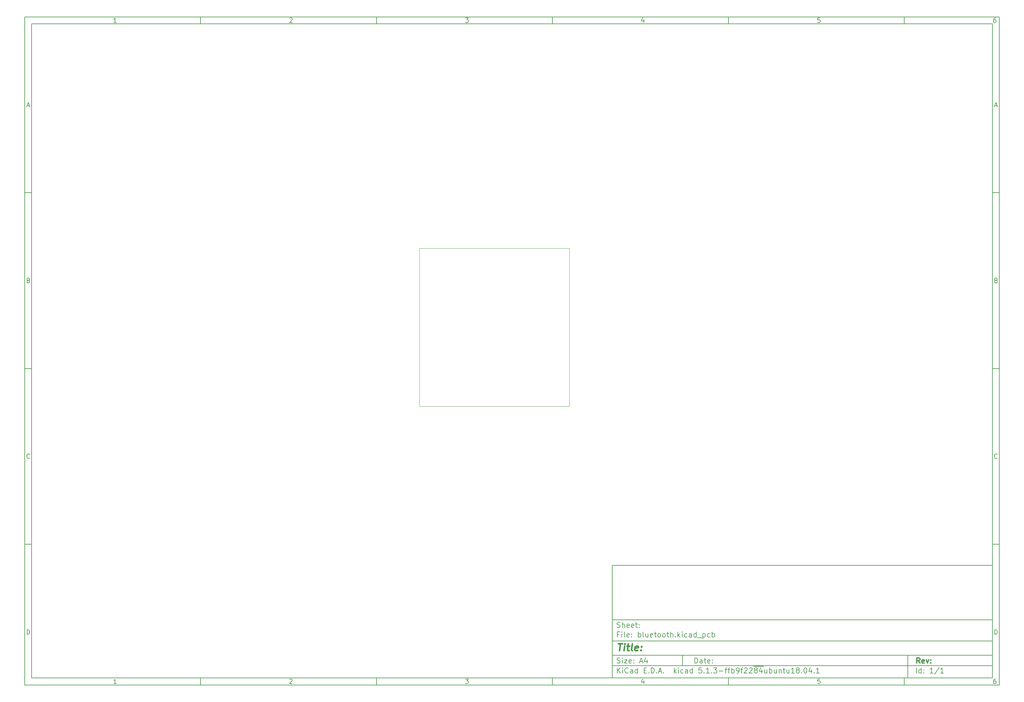
<source format=gbr>
%TF.GenerationSoftware,KiCad,Pcbnew,5.1.3-ffb9f22~84~ubuntu18.04.1*%
%TF.CreationDate,2019-07-25T20:13:38+03:00*%
%TF.ProjectId,bluetooth,626c7565-746f-46f7-9468-2e6b69636164,rev?*%
%TF.SameCoordinates,Original*%
%TF.FileFunction,Profile,NP*%
%FSLAX45Y45*%
G04 Gerber Fmt 4.5, Leading zero omitted, Abs format (unit mm)*
G04 Created by KiCad (PCBNEW 5.1.3-ffb9f22~84~ubuntu18.04.1) date 2019-07-25 20:13:38*
%MOMM*%
%LPD*%
G04 APERTURE LIST*
%ADD10C,0.100000*%
%ADD11C,0.150000*%
%ADD12C,0.300000*%
%ADD13C,0.400000*%
G04 APERTURE END LIST*
D10*
D11*
X17700220Y-16600720D02*
X17700220Y-19800720D01*
X28500220Y-19800720D01*
X28500220Y-16600720D01*
X17700220Y-16600720D01*
D10*
D11*
X1000000Y-1000000D02*
X1000000Y-20000720D01*
X28700220Y-20000720D01*
X28700220Y-1000000D01*
X1000000Y-1000000D01*
D10*
D11*
X1200000Y-1200000D02*
X1200000Y-19800720D01*
X28500220Y-19800720D01*
X28500220Y-1200000D01*
X1200000Y-1200000D01*
D10*
D11*
X6000000Y-1200000D02*
X6000000Y-1000000D01*
D10*
D11*
X11000000Y-1200000D02*
X11000000Y-1000000D01*
D10*
D11*
X16000000Y-1200000D02*
X16000000Y-1000000D01*
D10*
D11*
X21000000Y-1200000D02*
X21000000Y-1000000D01*
D10*
D11*
X26000000Y-1200000D02*
X26000000Y-1000000D01*
D10*
D11*
X3606548Y-1158810D02*
X3532262Y-1158810D01*
X3569405Y-1158810D02*
X3569405Y-1028809D01*
X3557024Y-1047381D01*
X3544643Y-1059762D01*
X3532262Y-1065952D01*
D10*
D11*
X8532262Y-1041190D02*
X8538452Y-1035000D01*
X8550833Y-1028809D01*
X8581786Y-1028809D01*
X8594167Y-1035000D01*
X8600357Y-1041190D01*
X8606548Y-1053571D01*
X8606548Y-1065952D01*
X8600357Y-1084524D01*
X8526071Y-1158810D01*
X8606548Y-1158810D01*
D10*
D11*
X13526071Y-1028809D02*
X13606548Y-1028809D01*
X13563214Y-1078333D01*
X13581786Y-1078333D01*
X13594167Y-1084524D01*
X13600357Y-1090714D01*
X13606548Y-1103095D01*
X13606548Y-1134048D01*
X13600357Y-1146429D01*
X13594167Y-1152619D01*
X13581786Y-1158810D01*
X13544643Y-1158810D01*
X13532262Y-1152619D01*
X13526071Y-1146429D01*
D10*
D11*
X18594167Y-1072143D02*
X18594167Y-1158810D01*
X18563214Y-1022619D02*
X18532262Y-1115476D01*
X18612738Y-1115476D01*
D10*
D11*
X23600357Y-1028809D02*
X23538452Y-1028809D01*
X23532262Y-1090714D01*
X23538452Y-1084524D01*
X23550833Y-1078333D01*
X23581786Y-1078333D01*
X23594167Y-1084524D01*
X23600357Y-1090714D01*
X23606548Y-1103095D01*
X23606548Y-1134048D01*
X23600357Y-1146429D01*
X23594167Y-1152619D01*
X23581786Y-1158810D01*
X23550833Y-1158810D01*
X23538452Y-1152619D01*
X23532262Y-1146429D01*
D10*
D11*
X28594167Y-1028809D02*
X28569405Y-1028809D01*
X28557024Y-1035000D01*
X28550833Y-1041190D01*
X28538452Y-1059762D01*
X28532262Y-1084524D01*
X28532262Y-1134048D01*
X28538452Y-1146429D01*
X28544643Y-1152619D01*
X28557024Y-1158810D01*
X28581786Y-1158810D01*
X28594167Y-1152619D01*
X28600357Y-1146429D01*
X28606548Y-1134048D01*
X28606548Y-1103095D01*
X28600357Y-1090714D01*
X28594167Y-1084524D01*
X28581786Y-1078333D01*
X28557024Y-1078333D01*
X28544643Y-1084524D01*
X28538452Y-1090714D01*
X28532262Y-1103095D01*
D10*
D11*
X6000000Y-19800720D02*
X6000000Y-20000720D01*
D10*
D11*
X11000000Y-19800720D02*
X11000000Y-20000720D01*
D10*
D11*
X16000000Y-19800720D02*
X16000000Y-20000720D01*
D10*
D11*
X21000000Y-19800720D02*
X21000000Y-20000720D01*
D10*
D11*
X26000000Y-19800720D02*
X26000000Y-20000720D01*
D10*
D11*
X3606548Y-19959530D02*
X3532262Y-19959530D01*
X3569405Y-19959530D02*
X3569405Y-19829530D01*
X3557024Y-19848101D01*
X3544643Y-19860482D01*
X3532262Y-19866672D01*
D10*
D11*
X8532262Y-19841910D02*
X8538452Y-19835720D01*
X8550833Y-19829530D01*
X8581786Y-19829530D01*
X8594167Y-19835720D01*
X8600357Y-19841910D01*
X8606548Y-19854291D01*
X8606548Y-19866672D01*
X8600357Y-19885244D01*
X8526071Y-19959530D01*
X8606548Y-19959530D01*
D10*
D11*
X13526071Y-19829530D02*
X13606548Y-19829530D01*
X13563214Y-19879053D01*
X13581786Y-19879053D01*
X13594167Y-19885244D01*
X13600357Y-19891434D01*
X13606548Y-19903815D01*
X13606548Y-19934768D01*
X13600357Y-19947149D01*
X13594167Y-19953339D01*
X13581786Y-19959530D01*
X13544643Y-19959530D01*
X13532262Y-19953339D01*
X13526071Y-19947149D01*
D10*
D11*
X18594167Y-19872863D02*
X18594167Y-19959530D01*
X18563214Y-19823339D02*
X18532262Y-19916196D01*
X18612738Y-19916196D01*
D10*
D11*
X23600357Y-19829530D02*
X23538452Y-19829530D01*
X23532262Y-19891434D01*
X23538452Y-19885244D01*
X23550833Y-19879053D01*
X23581786Y-19879053D01*
X23594167Y-19885244D01*
X23600357Y-19891434D01*
X23606548Y-19903815D01*
X23606548Y-19934768D01*
X23600357Y-19947149D01*
X23594167Y-19953339D01*
X23581786Y-19959530D01*
X23550833Y-19959530D01*
X23538452Y-19953339D01*
X23532262Y-19947149D01*
D10*
D11*
X28594167Y-19829530D02*
X28569405Y-19829530D01*
X28557024Y-19835720D01*
X28550833Y-19841910D01*
X28538452Y-19860482D01*
X28532262Y-19885244D01*
X28532262Y-19934768D01*
X28538452Y-19947149D01*
X28544643Y-19953339D01*
X28557024Y-19959530D01*
X28581786Y-19959530D01*
X28594167Y-19953339D01*
X28600357Y-19947149D01*
X28606548Y-19934768D01*
X28606548Y-19903815D01*
X28600357Y-19891434D01*
X28594167Y-19885244D01*
X28581786Y-19879053D01*
X28557024Y-19879053D01*
X28544643Y-19885244D01*
X28538452Y-19891434D01*
X28532262Y-19903815D01*
D10*
D11*
X1000000Y-6000000D02*
X1200000Y-6000000D01*
D10*
D11*
X1000000Y-11000000D02*
X1200000Y-11000000D01*
D10*
D11*
X1000000Y-16000000D02*
X1200000Y-16000000D01*
D10*
D11*
X1069048Y-3521667D02*
X1130952Y-3521667D01*
X1056667Y-3558809D02*
X1100000Y-3428809D01*
X1143333Y-3558809D01*
D10*
D11*
X1109286Y-8490714D02*
X1127857Y-8496905D01*
X1134048Y-8503095D01*
X1140238Y-8515476D01*
X1140238Y-8534048D01*
X1134048Y-8546429D01*
X1127857Y-8552619D01*
X1115476Y-8558810D01*
X1065952Y-8558810D01*
X1065952Y-8428810D01*
X1109286Y-8428810D01*
X1121667Y-8435000D01*
X1127857Y-8441190D01*
X1134048Y-8453571D01*
X1134048Y-8465952D01*
X1127857Y-8478333D01*
X1121667Y-8484524D01*
X1109286Y-8490714D01*
X1065952Y-8490714D01*
D10*
D11*
X1140238Y-13546428D02*
X1134048Y-13552619D01*
X1115476Y-13558809D01*
X1103095Y-13558809D01*
X1084524Y-13552619D01*
X1072143Y-13540238D01*
X1065952Y-13527857D01*
X1059762Y-13503095D01*
X1059762Y-13484524D01*
X1065952Y-13459762D01*
X1072143Y-13447381D01*
X1084524Y-13435000D01*
X1103095Y-13428809D01*
X1115476Y-13428809D01*
X1134048Y-13435000D01*
X1140238Y-13441190D01*
D10*
D11*
X1065952Y-18558810D02*
X1065952Y-18428810D01*
X1096905Y-18428810D01*
X1115476Y-18435000D01*
X1127857Y-18447381D01*
X1134048Y-18459762D01*
X1140238Y-18484524D01*
X1140238Y-18503095D01*
X1134048Y-18527857D01*
X1127857Y-18540238D01*
X1115476Y-18552619D01*
X1096905Y-18558810D01*
X1065952Y-18558810D01*
D10*
D11*
X28700220Y-6000000D02*
X28500220Y-6000000D01*
D10*
D11*
X28700220Y-11000000D02*
X28500220Y-11000000D01*
D10*
D11*
X28700220Y-16000000D02*
X28500220Y-16000000D01*
D10*
D11*
X28569268Y-3521667D02*
X28631172Y-3521667D01*
X28556887Y-3558809D02*
X28600220Y-3428809D01*
X28643553Y-3558809D01*
D10*
D11*
X28609506Y-8490714D02*
X28628077Y-8496905D01*
X28634268Y-8503095D01*
X28640458Y-8515476D01*
X28640458Y-8534048D01*
X28634268Y-8546429D01*
X28628077Y-8552619D01*
X28615696Y-8558810D01*
X28566172Y-8558810D01*
X28566172Y-8428810D01*
X28609506Y-8428810D01*
X28621887Y-8435000D01*
X28628077Y-8441190D01*
X28634268Y-8453571D01*
X28634268Y-8465952D01*
X28628077Y-8478333D01*
X28621887Y-8484524D01*
X28609506Y-8490714D01*
X28566172Y-8490714D01*
D10*
D11*
X28640458Y-13546428D02*
X28634268Y-13552619D01*
X28615696Y-13558809D01*
X28603315Y-13558809D01*
X28584744Y-13552619D01*
X28572363Y-13540238D01*
X28566172Y-13527857D01*
X28559982Y-13503095D01*
X28559982Y-13484524D01*
X28566172Y-13459762D01*
X28572363Y-13447381D01*
X28584744Y-13435000D01*
X28603315Y-13428809D01*
X28615696Y-13428809D01*
X28634268Y-13435000D01*
X28640458Y-13441190D01*
D10*
D11*
X28566172Y-18558810D02*
X28566172Y-18428810D01*
X28597125Y-18428810D01*
X28615696Y-18435000D01*
X28628077Y-18447381D01*
X28634268Y-18459762D01*
X28640458Y-18484524D01*
X28640458Y-18503095D01*
X28634268Y-18527857D01*
X28628077Y-18540238D01*
X28615696Y-18552619D01*
X28597125Y-18558810D01*
X28566172Y-18558810D01*
D10*
D11*
X20043434Y-19378577D02*
X20043434Y-19228577D01*
X20079149Y-19228577D01*
X20100577Y-19235720D01*
X20114863Y-19250006D01*
X20122006Y-19264291D01*
X20129149Y-19292863D01*
X20129149Y-19314291D01*
X20122006Y-19342863D01*
X20114863Y-19357149D01*
X20100577Y-19371434D01*
X20079149Y-19378577D01*
X20043434Y-19378577D01*
X20257720Y-19378577D02*
X20257720Y-19300006D01*
X20250577Y-19285720D01*
X20236291Y-19278577D01*
X20207720Y-19278577D01*
X20193434Y-19285720D01*
X20257720Y-19371434D02*
X20243434Y-19378577D01*
X20207720Y-19378577D01*
X20193434Y-19371434D01*
X20186291Y-19357149D01*
X20186291Y-19342863D01*
X20193434Y-19328577D01*
X20207720Y-19321434D01*
X20243434Y-19321434D01*
X20257720Y-19314291D01*
X20307720Y-19278577D02*
X20364863Y-19278577D01*
X20329149Y-19228577D02*
X20329149Y-19357149D01*
X20336291Y-19371434D01*
X20350577Y-19378577D01*
X20364863Y-19378577D01*
X20472006Y-19371434D02*
X20457720Y-19378577D01*
X20429149Y-19378577D01*
X20414863Y-19371434D01*
X20407720Y-19357149D01*
X20407720Y-19300006D01*
X20414863Y-19285720D01*
X20429149Y-19278577D01*
X20457720Y-19278577D01*
X20472006Y-19285720D01*
X20479149Y-19300006D01*
X20479149Y-19314291D01*
X20407720Y-19328577D01*
X20543434Y-19364291D02*
X20550577Y-19371434D01*
X20543434Y-19378577D01*
X20536291Y-19371434D01*
X20543434Y-19364291D01*
X20543434Y-19378577D01*
X20543434Y-19285720D02*
X20550577Y-19292863D01*
X20543434Y-19300006D01*
X20536291Y-19292863D01*
X20543434Y-19285720D01*
X20543434Y-19300006D01*
D10*
D11*
X17700220Y-19450720D02*
X28500220Y-19450720D01*
D10*
D11*
X17843434Y-19658577D02*
X17843434Y-19508577D01*
X17929149Y-19658577D02*
X17864863Y-19572863D01*
X17929149Y-19508577D02*
X17843434Y-19594291D01*
X17993434Y-19658577D02*
X17993434Y-19558577D01*
X17993434Y-19508577D02*
X17986291Y-19515720D01*
X17993434Y-19522863D01*
X18000577Y-19515720D01*
X17993434Y-19508577D01*
X17993434Y-19522863D01*
X18150577Y-19644291D02*
X18143434Y-19651434D01*
X18122006Y-19658577D01*
X18107720Y-19658577D01*
X18086291Y-19651434D01*
X18072006Y-19637149D01*
X18064863Y-19622863D01*
X18057720Y-19594291D01*
X18057720Y-19572863D01*
X18064863Y-19544291D01*
X18072006Y-19530006D01*
X18086291Y-19515720D01*
X18107720Y-19508577D01*
X18122006Y-19508577D01*
X18143434Y-19515720D01*
X18150577Y-19522863D01*
X18279149Y-19658577D02*
X18279149Y-19580006D01*
X18272006Y-19565720D01*
X18257720Y-19558577D01*
X18229149Y-19558577D01*
X18214863Y-19565720D01*
X18279149Y-19651434D02*
X18264863Y-19658577D01*
X18229149Y-19658577D01*
X18214863Y-19651434D01*
X18207720Y-19637149D01*
X18207720Y-19622863D01*
X18214863Y-19608577D01*
X18229149Y-19601434D01*
X18264863Y-19601434D01*
X18279149Y-19594291D01*
X18414863Y-19658577D02*
X18414863Y-19508577D01*
X18414863Y-19651434D02*
X18400577Y-19658577D01*
X18372006Y-19658577D01*
X18357720Y-19651434D01*
X18350577Y-19644291D01*
X18343434Y-19630006D01*
X18343434Y-19587149D01*
X18350577Y-19572863D01*
X18357720Y-19565720D01*
X18372006Y-19558577D01*
X18400577Y-19558577D01*
X18414863Y-19565720D01*
X18600577Y-19580006D02*
X18650577Y-19580006D01*
X18672006Y-19658577D02*
X18600577Y-19658577D01*
X18600577Y-19508577D01*
X18672006Y-19508577D01*
X18736291Y-19644291D02*
X18743434Y-19651434D01*
X18736291Y-19658577D01*
X18729149Y-19651434D01*
X18736291Y-19644291D01*
X18736291Y-19658577D01*
X18807720Y-19658577D02*
X18807720Y-19508577D01*
X18843434Y-19508577D01*
X18864863Y-19515720D01*
X18879149Y-19530006D01*
X18886291Y-19544291D01*
X18893434Y-19572863D01*
X18893434Y-19594291D01*
X18886291Y-19622863D01*
X18879149Y-19637149D01*
X18864863Y-19651434D01*
X18843434Y-19658577D01*
X18807720Y-19658577D01*
X18957720Y-19644291D02*
X18964863Y-19651434D01*
X18957720Y-19658577D01*
X18950577Y-19651434D01*
X18957720Y-19644291D01*
X18957720Y-19658577D01*
X19022006Y-19615720D02*
X19093434Y-19615720D01*
X19007720Y-19658577D02*
X19057720Y-19508577D01*
X19107720Y-19658577D01*
X19157720Y-19644291D02*
X19164863Y-19651434D01*
X19157720Y-19658577D01*
X19150577Y-19651434D01*
X19157720Y-19644291D01*
X19157720Y-19658577D01*
X19457720Y-19658577D02*
X19457720Y-19508577D01*
X19472006Y-19601434D02*
X19514863Y-19658577D01*
X19514863Y-19558577D02*
X19457720Y-19615720D01*
X19579149Y-19658577D02*
X19579149Y-19558577D01*
X19579149Y-19508577D02*
X19572006Y-19515720D01*
X19579149Y-19522863D01*
X19586291Y-19515720D01*
X19579149Y-19508577D01*
X19579149Y-19522863D01*
X19714863Y-19651434D02*
X19700577Y-19658577D01*
X19672006Y-19658577D01*
X19657720Y-19651434D01*
X19650577Y-19644291D01*
X19643434Y-19630006D01*
X19643434Y-19587149D01*
X19650577Y-19572863D01*
X19657720Y-19565720D01*
X19672006Y-19558577D01*
X19700577Y-19558577D01*
X19714863Y-19565720D01*
X19843434Y-19658577D02*
X19843434Y-19580006D01*
X19836291Y-19565720D01*
X19822006Y-19558577D01*
X19793434Y-19558577D01*
X19779149Y-19565720D01*
X19843434Y-19651434D02*
X19829149Y-19658577D01*
X19793434Y-19658577D01*
X19779149Y-19651434D01*
X19772006Y-19637149D01*
X19772006Y-19622863D01*
X19779149Y-19608577D01*
X19793434Y-19601434D01*
X19829149Y-19601434D01*
X19843434Y-19594291D01*
X19979149Y-19658577D02*
X19979149Y-19508577D01*
X19979149Y-19651434D02*
X19964863Y-19658577D01*
X19936291Y-19658577D01*
X19922006Y-19651434D01*
X19914863Y-19644291D01*
X19907720Y-19630006D01*
X19907720Y-19587149D01*
X19914863Y-19572863D01*
X19922006Y-19565720D01*
X19936291Y-19558577D01*
X19964863Y-19558577D01*
X19979149Y-19565720D01*
X20236291Y-19508577D02*
X20164863Y-19508577D01*
X20157720Y-19580006D01*
X20164863Y-19572863D01*
X20179149Y-19565720D01*
X20214863Y-19565720D01*
X20229149Y-19572863D01*
X20236291Y-19580006D01*
X20243434Y-19594291D01*
X20243434Y-19630006D01*
X20236291Y-19644291D01*
X20229149Y-19651434D01*
X20214863Y-19658577D01*
X20179149Y-19658577D01*
X20164863Y-19651434D01*
X20157720Y-19644291D01*
X20307720Y-19644291D02*
X20314863Y-19651434D01*
X20307720Y-19658577D01*
X20300577Y-19651434D01*
X20307720Y-19644291D01*
X20307720Y-19658577D01*
X20457720Y-19658577D02*
X20372006Y-19658577D01*
X20414863Y-19658577D02*
X20414863Y-19508577D01*
X20400577Y-19530006D01*
X20386291Y-19544291D01*
X20372006Y-19551434D01*
X20522006Y-19644291D02*
X20529149Y-19651434D01*
X20522006Y-19658577D01*
X20514863Y-19651434D01*
X20522006Y-19644291D01*
X20522006Y-19658577D01*
X20579149Y-19508577D02*
X20672006Y-19508577D01*
X20622006Y-19565720D01*
X20643434Y-19565720D01*
X20657720Y-19572863D01*
X20664863Y-19580006D01*
X20672006Y-19594291D01*
X20672006Y-19630006D01*
X20664863Y-19644291D01*
X20657720Y-19651434D01*
X20643434Y-19658577D01*
X20600577Y-19658577D01*
X20586291Y-19651434D01*
X20579149Y-19644291D01*
X20736291Y-19601434D02*
X20850577Y-19601434D01*
X20900577Y-19558577D02*
X20957720Y-19558577D01*
X20922006Y-19658577D02*
X20922006Y-19530006D01*
X20929149Y-19515720D01*
X20943434Y-19508577D01*
X20957720Y-19508577D01*
X20986291Y-19558577D02*
X21043434Y-19558577D01*
X21007720Y-19658577D02*
X21007720Y-19530006D01*
X21014863Y-19515720D01*
X21029149Y-19508577D01*
X21043434Y-19508577D01*
X21093434Y-19658577D02*
X21093434Y-19508577D01*
X21093434Y-19565720D02*
X21107720Y-19558577D01*
X21136291Y-19558577D01*
X21150577Y-19565720D01*
X21157720Y-19572863D01*
X21164863Y-19587149D01*
X21164863Y-19630006D01*
X21157720Y-19644291D01*
X21150577Y-19651434D01*
X21136291Y-19658577D01*
X21107720Y-19658577D01*
X21093434Y-19651434D01*
X21236291Y-19658577D02*
X21264863Y-19658577D01*
X21279149Y-19651434D01*
X21286291Y-19644291D01*
X21300577Y-19622863D01*
X21307720Y-19594291D01*
X21307720Y-19537149D01*
X21300577Y-19522863D01*
X21293434Y-19515720D01*
X21279149Y-19508577D01*
X21250577Y-19508577D01*
X21236291Y-19515720D01*
X21229149Y-19522863D01*
X21222006Y-19537149D01*
X21222006Y-19572863D01*
X21229149Y-19587149D01*
X21236291Y-19594291D01*
X21250577Y-19601434D01*
X21279149Y-19601434D01*
X21293434Y-19594291D01*
X21300577Y-19587149D01*
X21307720Y-19572863D01*
X21350577Y-19558577D02*
X21407720Y-19558577D01*
X21372006Y-19658577D02*
X21372006Y-19530006D01*
X21379149Y-19515720D01*
X21393434Y-19508577D01*
X21407720Y-19508577D01*
X21450577Y-19522863D02*
X21457720Y-19515720D01*
X21472006Y-19508577D01*
X21507720Y-19508577D01*
X21522006Y-19515720D01*
X21529149Y-19522863D01*
X21536291Y-19537149D01*
X21536291Y-19551434D01*
X21529149Y-19572863D01*
X21443434Y-19658577D01*
X21536291Y-19658577D01*
X21593434Y-19522863D02*
X21600577Y-19515720D01*
X21614863Y-19508577D01*
X21650577Y-19508577D01*
X21664863Y-19515720D01*
X21672006Y-19522863D01*
X21679149Y-19537149D01*
X21679149Y-19551434D01*
X21672006Y-19572863D01*
X21586291Y-19658577D01*
X21679149Y-19658577D01*
X21707720Y-19467720D02*
X21850577Y-19467720D01*
X21764863Y-19572863D02*
X21750577Y-19565720D01*
X21743434Y-19558577D01*
X21736291Y-19544291D01*
X21736291Y-19537149D01*
X21743434Y-19522863D01*
X21750577Y-19515720D01*
X21764863Y-19508577D01*
X21793434Y-19508577D01*
X21807720Y-19515720D01*
X21814863Y-19522863D01*
X21822006Y-19537149D01*
X21822006Y-19544291D01*
X21814863Y-19558577D01*
X21807720Y-19565720D01*
X21793434Y-19572863D01*
X21764863Y-19572863D01*
X21750577Y-19580006D01*
X21743434Y-19587149D01*
X21736291Y-19601434D01*
X21736291Y-19630006D01*
X21743434Y-19644291D01*
X21750577Y-19651434D01*
X21764863Y-19658577D01*
X21793434Y-19658577D01*
X21807720Y-19651434D01*
X21814863Y-19644291D01*
X21822006Y-19630006D01*
X21822006Y-19601434D01*
X21814863Y-19587149D01*
X21807720Y-19580006D01*
X21793434Y-19572863D01*
X21850577Y-19467720D02*
X21993434Y-19467720D01*
X21950577Y-19558577D02*
X21950577Y-19658577D01*
X21914863Y-19501434D02*
X21879149Y-19608577D01*
X21972006Y-19608577D01*
X22093434Y-19558577D02*
X22093434Y-19658577D01*
X22029149Y-19558577D02*
X22029149Y-19637149D01*
X22036291Y-19651434D01*
X22050577Y-19658577D01*
X22072006Y-19658577D01*
X22086291Y-19651434D01*
X22093434Y-19644291D01*
X22164863Y-19658577D02*
X22164863Y-19508577D01*
X22164863Y-19565720D02*
X22179149Y-19558577D01*
X22207720Y-19558577D01*
X22222006Y-19565720D01*
X22229149Y-19572863D01*
X22236291Y-19587149D01*
X22236291Y-19630006D01*
X22229149Y-19644291D01*
X22222006Y-19651434D01*
X22207720Y-19658577D01*
X22179149Y-19658577D01*
X22164863Y-19651434D01*
X22364863Y-19558577D02*
X22364863Y-19658577D01*
X22300577Y-19558577D02*
X22300577Y-19637149D01*
X22307720Y-19651434D01*
X22322006Y-19658577D01*
X22343434Y-19658577D01*
X22357720Y-19651434D01*
X22364863Y-19644291D01*
X22436291Y-19558577D02*
X22436291Y-19658577D01*
X22436291Y-19572863D02*
X22443434Y-19565720D01*
X22457720Y-19558577D01*
X22479148Y-19558577D01*
X22493434Y-19565720D01*
X22500577Y-19580006D01*
X22500577Y-19658577D01*
X22550577Y-19558577D02*
X22607720Y-19558577D01*
X22572006Y-19508577D02*
X22572006Y-19637149D01*
X22579148Y-19651434D01*
X22593434Y-19658577D01*
X22607720Y-19658577D01*
X22722006Y-19558577D02*
X22722006Y-19658577D01*
X22657720Y-19558577D02*
X22657720Y-19637149D01*
X22664863Y-19651434D01*
X22679148Y-19658577D01*
X22700577Y-19658577D01*
X22714863Y-19651434D01*
X22722006Y-19644291D01*
X22872006Y-19658577D02*
X22786291Y-19658577D01*
X22829148Y-19658577D02*
X22829148Y-19508577D01*
X22814863Y-19530006D01*
X22800577Y-19544291D01*
X22786291Y-19551434D01*
X22957720Y-19572863D02*
X22943434Y-19565720D01*
X22936291Y-19558577D01*
X22929148Y-19544291D01*
X22929148Y-19537149D01*
X22936291Y-19522863D01*
X22943434Y-19515720D01*
X22957720Y-19508577D01*
X22986291Y-19508577D01*
X23000577Y-19515720D01*
X23007720Y-19522863D01*
X23014863Y-19537149D01*
X23014863Y-19544291D01*
X23007720Y-19558577D01*
X23000577Y-19565720D01*
X22986291Y-19572863D01*
X22957720Y-19572863D01*
X22943434Y-19580006D01*
X22936291Y-19587149D01*
X22929148Y-19601434D01*
X22929148Y-19630006D01*
X22936291Y-19644291D01*
X22943434Y-19651434D01*
X22957720Y-19658577D01*
X22986291Y-19658577D01*
X23000577Y-19651434D01*
X23007720Y-19644291D01*
X23014863Y-19630006D01*
X23014863Y-19601434D01*
X23007720Y-19587149D01*
X23000577Y-19580006D01*
X22986291Y-19572863D01*
X23079148Y-19644291D02*
X23086291Y-19651434D01*
X23079148Y-19658577D01*
X23072006Y-19651434D01*
X23079148Y-19644291D01*
X23079148Y-19658577D01*
X23179148Y-19508577D02*
X23193434Y-19508577D01*
X23207720Y-19515720D01*
X23214863Y-19522863D01*
X23222006Y-19537149D01*
X23229148Y-19565720D01*
X23229148Y-19601434D01*
X23222006Y-19630006D01*
X23214863Y-19644291D01*
X23207720Y-19651434D01*
X23193434Y-19658577D01*
X23179148Y-19658577D01*
X23164863Y-19651434D01*
X23157720Y-19644291D01*
X23150577Y-19630006D01*
X23143434Y-19601434D01*
X23143434Y-19565720D01*
X23150577Y-19537149D01*
X23157720Y-19522863D01*
X23164863Y-19515720D01*
X23179148Y-19508577D01*
X23357720Y-19558577D02*
X23357720Y-19658577D01*
X23322006Y-19501434D02*
X23286291Y-19608577D01*
X23379148Y-19608577D01*
X23436291Y-19644291D02*
X23443434Y-19651434D01*
X23436291Y-19658577D01*
X23429148Y-19651434D01*
X23436291Y-19644291D01*
X23436291Y-19658577D01*
X23586291Y-19658577D02*
X23500577Y-19658577D01*
X23543434Y-19658577D02*
X23543434Y-19508577D01*
X23529148Y-19530006D01*
X23514863Y-19544291D01*
X23500577Y-19551434D01*
D10*
D11*
X17700220Y-19150720D02*
X28500220Y-19150720D01*
D10*
D12*
X26441148Y-19378577D02*
X26391148Y-19307149D01*
X26355434Y-19378577D02*
X26355434Y-19228577D01*
X26412577Y-19228577D01*
X26426863Y-19235720D01*
X26434006Y-19242863D01*
X26441148Y-19257149D01*
X26441148Y-19278577D01*
X26434006Y-19292863D01*
X26426863Y-19300006D01*
X26412577Y-19307149D01*
X26355434Y-19307149D01*
X26562577Y-19371434D02*
X26548291Y-19378577D01*
X26519720Y-19378577D01*
X26505434Y-19371434D01*
X26498291Y-19357149D01*
X26498291Y-19300006D01*
X26505434Y-19285720D01*
X26519720Y-19278577D01*
X26548291Y-19278577D01*
X26562577Y-19285720D01*
X26569720Y-19300006D01*
X26569720Y-19314291D01*
X26498291Y-19328577D01*
X26619720Y-19278577D02*
X26655434Y-19378577D01*
X26691148Y-19278577D01*
X26748291Y-19364291D02*
X26755434Y-19371434D01*
X26748291Y-19378577D01*
X26741148Y-19371434D01*
X26748291Y-19364291D01*
X26748291Y-19378577D01*
X26748291Y-19285720D02*
X26755434Y-19292863D01*
X26748291Y-19300006D01*
X26741148Y-19292863D01*
X26748291Y-19285720D01*
X26748291Y-19300006D01*
D10*
D11*
X17836291Y-19371434D02*
X17857720Y-19378577D01*
X17893434Y-19378577D01*
X17907720Y-19371434D01*
X17914863Y-19364291D01*
X17922006Y-19350006D01*
X17922006Y-19335720D01*
X17914863Y-19321434D01*
X17907720Y-19314291D01*
X17893434Y-19307149D01*
X17864863Y-19300006D01*
X17850577Y-19292863D01*
X17843434Y-19285720D01*
X17836291Y-19271434D01*
X17836291Y-19257149D01*
X17843434Y-19242863D01*
X17850577Y-19235720D01*
X17864863Y-19228577D01*
X17900577Y-19228577D01*
X17922006Y-19235720D01*
X17986291Y-19378577D02*
X17986291Y-19278577D01*
X17986291Y-19228577D02*
X17979149Y-19235720D01*
X17986291Y-19242863D01*
X17993434Y-19235720D01*
X17986291Y-19228577D01*
X17986291Y-19242863D01*
X18043434Y-19278577D02*
X18122006Y-19278577D01*
X18043434Y-19378577D01*
X18122006Y-19378577D01*
X18236291Y-19371434D02*
X18222006Y-19378577D01*
X18193434Y-19378577D01*
X18179149Y-19371434D01*
X18172006Y-19357149D01*
X18172006Y-19300006D01*
X18179149Y-19285720D01*
X18193434Y-19278577D01*
X18222006Y-19278577D01*
X18236291Y-19285720D01*
X18243434Y-19300006D01*
X18243434Y-19314291D01*
X18172006Y-19328577D01*
X18307720Y-19364291D02*
X18314863Y-19371434D01*
X18307720Y-19378577D01*
X18300577Y-19371434D01*
X18307720Y-19364291D01*
X18307720Y-19378577D01*
X18307720Y-19285720D02*
X18314863Y-19292863D01*
X18307720Y-19300006D01*
X18300577Y-19292863D01*
X18307720Y-19285720D01*
X18307720Y-19300006D01*
X18486291Y-19335720D02*
X18557720Y-19335720D01*
X18472006Y-19378577D02*
X18522006Y-19228577D01*
X18572006Y-19378577D01*
X18686291Y-19278577D02*
X18686291Y-19378577D01*
X18650577Y-19221434D02*
X18614863Y-19328577D01*
X18707720Y-19328577D01*
D10*
D11*
X26343434Y-19658577D02*
X26343434Y-19508577D01*
X26479148Y-19658577D02*
X26479148Y-19508577D01*
X26479148Y-19651434D02*
X26464863Y-19658577D01*
X26436291Y-19658577D01*
X26422006Y-19651434D01*
X26414863Y-19644291D01*
X26407720Y-19630006D01*
X26407720Y-19587149D01*
X26414863Y-19572863D01*
X26422006Y-19565720D01*
X26436291Y-19558577D01*
X26464863Y-19558577D01*
X26479148Y-19565720D01*
X26550577Y-19644291D02*
X26557720Y-19651434D01*
X26550577Y-19658577D01*
X26543434Y-19651434D01*
X26550577Y-19644291D01*
X26550577Y-19658577D01*
X26550577Y-19565720D02*
X26557720Y-19572863D01*
X26550577Y-19580006D01*
X26543434Y-19572863D01*
X26550577Y-19565720D01*
X26550577Y-19580006D01*
X26814863Y-19658577D02*
X26729148Y-19658577D01*
X26772006Y-19658577D02*
X26772006Y-19508577D01*
X26757720Y-19530006D01*
X26743434Y-19544291D01*
X26729148Y-19551434D01*
X26986291Y-19501434D02*
X26857720Y-19694291D01*
X27114863Y-19658577D02*
X27029148Y-19658577D01*
X27072006Y-19658577D02*
X27072006Y-19508577D01*
X27057720Y-19530006D01*
X27043434Y-19544291D01*
X27029148Y-19551434D01*
D10*
D11*
X17700220Y-18750720D02*
X28500220Y-18750720D01*
D10*
D13*
X17871458Y-18821196D02*
X17985744Y-18821196D01*
X17903601Y-19021196D02*
X17928601Y-18821196D01*
X18027410Y-19021196D02*
X18044077Y-18887863D01*
X18052410Y-18821196D02*
X18041696Y-18830720D01*
X18050030Y-18840244D01*
X18060744Y-18830720D01*
X18052410Y-18821196D01*
X18050030Y-18840244D01*
X18110744Y-18887863D02*
X18186934Y-18887863D01*
X18147649Y-18821196D02*
X18126220Y-18992625D01*
X18133363Y-19011672D01*
X18151220Y-19021196D01*
X18170268Y-19021196D01*
X18265506Y-19021196D02*
X18247649Y-19011672D01*
X18240506Y-18992625D01*
X18261934Y-18821196D01*
X18419077Y-19011672D02*
X18398839Y-19021196D01*
X18360744Y-19021196D01*
X18342887Y-19011672D01*
X18335744Y-18992625D01*
X18345268Y-18916434D01*
X18357172Y-18897387D01*
X18377410Y-18887863D01*
X18415506Y-18887863D01*
X18433363Y-18897387D01*
X18440506Y-18916434D01*
X18438125Y-18935482D01*
X18340506Y-18954530D01*
X18515506Y-19002149D02*
X18523839Y-19011672D01*
X18513125Y-19021196D01*
X18504791Y-19011672D01*
X18515506Y-19002149D01*
X18513125Y-19021196D01*
X18528601Y-18897387D02*
X18536934Y-18906910D01*
X18526220Y-18916434D01*
X18517887Y-18906910D01*
X18528601Y-18897387D01*
X18526220Y-18916434D01*
D10*
D11*
X17893434Y-18560006D02*
X17843434Y-18560006D01*
X17843434Y-18638577D02*
X17843434Y-18488577D01*
X17914863Y-18488577D01*
X17972006Y-18638577D02*
X17972006Y-18538577D01*
X17972006Y-18488577D02*
X17964863Y-18495720D01*
X17972006Y-18502863D01*
X17979149Y-18495720D01*
X17972006Y-18488577D01*
X17972006Y-18502863D01*
X18064863Y-18638577D02*
X18050577Y-18631434D01*
X18043434Y-18617149D01*
X18043434Y-18488577D01*
X18179149Y-18631434D02*
X18164863Y-18638577D01*
X18136291Y-18638577D01*
X18122006Y-18631434D01*
X18114863Y-18617149D01*
X18114863Y-18560006D01*
X18122006Y-18545720D01*
X18136291Y-18538577D01*
X18164863Y-18538577D01*
X18179149Y-18545720D01*
X18186291Y-18560006D01*
X18186291Y-18574291D01*
X18114863Y-18588577D01*
X18250577Y-18624291D02*
X18257720Y-18631434D01*
X18250577Y-18638577D01*
X18243434Y-18631434D01*
X18250577Y-18624291D01*
X18250577Y-18638577D01*
X18250577Y-18545720D02*
X18257720Y-18552863D01*
X18250577Y-18560006D01*
X18243434Y-18552863D01*
X18250577Y-18545720D01*
X18250577Y-18560006D01*
X18436291Y-18638577D02*
X18436291Y-18488577D01*
X18436291Y-18545720D02*
X18450577Y-18538577D01*
X18479149Y-18538577D01*
X18493434Y-18545720D01*
X18500577Y-18552863D01*
X18507720Y-18567149D01*
X18507720Y-18610006D01*
X18500577Y-18624291D01*
X18493434Y-18631434D01*
X18479149Y-18638577D01*
X18450577Y-18638577D01*
X18436291Y-18631434D01*
X18593434Y-18638577D02*
X18579149Y-18631434D01*
X18572006Y-18617149D01*
X18572006Y-18488577D01*
X18714863Y-18538577D02*
X18714863Y-18638577D01*
X18650577Y-18538577D02*
X18650577Y-18617149D01*
X18657720Y-18631434D01*
X18672006Y-18638577D01*
X18693434Y-18638577D01*
X18707720Y-18631434D01*
X18714863Y-18624291D01*
X18843434Y-18631434D02*
X18829149Y-18638577D01*
X18800577Y-18638577D01*
X18786291Y-18631434D01*
X18779149Y-18617149D01*
X18779149Y-18560006D01*
X18786291Y-18545720D01*
X18800577Y-18538577D01*
X18829149Y-18538577D01*
X18843434Y-18545720D01*
X18850577Y-18560006D01*
X18850577Y-18574291D01*
X18779149Y-18588577D01*
X18893434Y-18538577D02*
X18950577Y-18538577D01*
X18914863Y-18488577D02*
X18914863Y-18617149D01*
X18922006Y-18631434D01*
X18936291Y-18638577D01*
X18950577Y-18638577D01*
X19022006Y-18638577D02*
X19007720Y-18631434D01*
X19000577Y-18624291D01*
X18993434Y-18610006D01*
X18993434Y-18567149D01*
X19000577Y-18552863D01*
X19007720Y-18545720D01*
X19022006Y-18538577D01*
X19043434Y-18538577D01*
X19057720Y-18545720D01*
X19064863Y-18552863D01*
X19072006Y-18567149D01*
X19072006Y-18610006D01*
X19064863Y-18624291D01*
X19057720Y-18631434D01*
X19043434Y-18638577D01*
X19022006Y-18638577D01*
X19157720Y-18638577D02*
X19143434Y-18631434D01*
X19136291Y-18624291D01*
X19129149Y-18610006D01*
X19129149Y-18567149D01*
X19136291Y-18552863D01*
X19143434Y-18545720D01*
X19157720Y-18538577D01*
X19179149Y-18538577D01*
X19193434Y-18545720D01*
X19200577Y-18552863D01*
X19207720Y-18567149D01*
X19207720Y-18610006D01*
X19200577Y-18624291D01*
X19193434Y-18631434D01*
X19179149Y-18638577D01*
X19157720Y-18638577D01*
X19250577Y-18538577D02*
X19307720Y-18538577D01*
X19272006Y-18488577D02*
X19272006Y-18617149D01*
X19279149Y-18631434D01*
X19293434Y-18638577D01*
X19307720Y-18638577D01*
X19357720Y-18638577D02*
X19357720Y-18488577D01*
X19422006Y-18638577D02*
X19422006Y-18560006D01*
X19414863Y-18545720D01*
X19400577Y-18538577D01*
X19379149Y-18538577D01*
X19364863Y-18545720D01*
X19357720Y-18552863D01*
X19493434Y-18624291D02*
X19500577Y-18631434D01*
X19493434Y-18638577D01*
X19486291Y-18631434D01*
X19493434Y-18624291D01*
X19493434Y-18638577D01*
X19564863Y-18638577D02*
X19564863Y-18488577D01*
X19579149Y-18581434D02*
X19622006Y-18638577D01*
X19622006Y-18538577D02*
X19564863Y-18595720D01*
X19686291Y-18638577D02*
X19686291Y-18538577D01*
X19686291Y-18488577D02*
X19679149Y-18495720D01*
X19686291Y-18502863D01*
X19693434Y-18495720D01*
X19686291Y-18488577D01*
X19686291Y-18502863D01*
X19822006Y-18631434D02*
X19807720Y-18638577D01*
X19779149Y-18638577D01*
X19764863Y-18631434D01*
X19757720Y-18624291D01*
X19750577Y-18610006D01*
X19750577Y-18567149D01*
X19757720Y-18552863D01*
X19764863Y-18545720D01*
X19779149Y-18538577D01*
X19807720Y-18538577D01*
X19822006Y-18545720D01*
X19950577Y-18638577D02*
X19950577Y-18560006D01*
X19943434Y-18545720D01*
X19929149Y-18538577D01*
X19900577Y-18538577D01*
X19886291Y-18545720D01*
X19950577Y-18631434D02*
X19936291Y-18638577D01*
X19900577Y-18638577D01*
X19886291Y-18631434D01*
X19879149Y-18617149D01*
X19879149Y-18602863D01*
X19886291Y-18588577D01*
X19900577Y-18581434D01*
X19936291Y-18581434D01*
X19950577Y-18574291D01*
X20086291Y-18638577D02*
X20086291Y-18488577D01*
X20086291Y-18631434D02*
X20072006Y-18638577D01*
X20043434Y-18638577D01*
X20029149Y-18631434D01*
X20022006Y-18624291D01*
X20014863Y-18610006D01*
X20014863Y-18567149D01*
X20022006Y-18552863D01*
X20029149Y-18545720D01*
X20043434Y-18538577D01*
X20072006Y-18538577D01*
X20086291Y-18545720D01*
X20122006Y-18652863D02*
X20236291Y-18652863D01*
X20272006Y-18538577D02*
X20272006Y-18688577D01*
X20272006Y-18545720D02*
X20286291Y-18538577D01*
X20314863Y-18538577D01*
X20329149Y-18545720D01*
X20336291Y-18552863D01*
X20343434Y-18567149D01*
X20343434Y-18610006D01*
X20336291Y-18624291D01*
X20329149Y-18631434D01*
X20314863Y-18638577D01*
X20286291Y-18638577D01*
X20272006Y-18631434D01*
X20472006Y-18631434D02*
X20457720Y-18638577D01*
X20429149Y-18638577D01*
X20414863Y-18631434D01*
X20407720Y-18624291D01*
X20400577Y-18610006D01*
X20400577Y-18567149D01*
X20407720Y-18552863D01*
X20414863Y-18545720D01*
X20429149Y-18538577D01*
X20457720Y-18538577D01*
X20472006Y-18545720D01*
X20536291Y-18638577D02*
X20536291Y-18488577D01*
X20536291Y-18545720D02*
X20550577Y-18538577D01*
X20579149Y-18538577D01*
X20593434Y-18545720D01*
X20600577Y-18552863D01*
X20607720Y-18567149D01*
X20607720Y-18610006D01*
X20600577Y-18624291D01*
X20593434Y-18631434D01*
X20579149Y-18638577D01*
X20550577Y-18638577D01*
X20536291Y-18631434D01*
D10*
D11*
X17700220Y-18150720D02*
X28500220Y-18150720D01*
D10*
D11*
X17836291Y-18361434D02*
X17857720Y-18368577D01*
X17893434Y-18368577D01*
X17907720Y-18361434D01*
X17914863Y-18354291D01*
X17922006Y-18340006D01*
X17922006Y-18325720D01*
X17914863Y-18311434D01*
X17907720Y-18304291D01*
X17893434Y-18297149D01*
X17864863Y-18290006D01*
X17850577Y-18282863D01*
X17843434Y-18275720D01*
X17836291Y-18261434D01*
X17836291Y-18247149D01*
X17843434Y-18232863D01*
X17850577Y-18225720D01*
X17864863Y-18218577D01*
X17900577Y-18218577D01*
X17922006Y-18225720D01*
X17986291Y-18368577D02*
X17986291Y-18218577D01*
X18050577Y-18368577D02*
X18050577Y-18290006D01*
X18043434Y-18275720D01*
X18029149Y-18268577D01*
X18007720Y-18268577D01*
X17993434Y-18275720D01*
X17986291Y-18282863D01*
X18179149Y-18361434D02*
X18164863Y-18368577D01*
X18136291Y-18368577D01*
X18122006Y-18361434D01*
X18114863Y-18347149D01*
X18114863Y-18290006D01*
X18122006Y-18275720D01*
X18136291Y-18268577D01*
X18164863Y-18268577D01*
X18179149Y-18275720D01*
X18186291Y-18290006D01*
X18186291Y-18304291D01*
X18114863Y-18318577D01*
X18307720Y-18361434D02*
X18293434Y-18368577D01*
X18264863Y-18368577D01*
X18250577Y-18361434D01*
X18243434Y-18347149D01*
X18243434Y-18290006D01*
X18250577Y-18275720D01*
X18264863Y-18268577D01*
X18293434Y-18268577D01*
X18307720Y-18275720D01*
X18314863Y-18290006D01*
X18314863Y-18304291D01*
X18243434Y-18318577D01*
X18357720Y-18268577D02*
X18414863Y-18268577D01*
X18379149Y-18218577D02*
X18379149Y-18347149D01*
X18386291Y-18361434D01*
X18400577Y-18368577D01*
X18414863Y-18368577D01*
X18464863Y-18354291D02*
X18472006Y-18361434D01*
X18464863Y-18368577D01*
X18457720Y-18361434D01*
X18464863Y-18354291D01*
X18464863Y-18368577D01*
X18464863Y-18275720D02*
X18472006Y-18282863D01*
X18464863Y-18290006D01*
X18457720Y-18282863D01*
X18464863Y-18275720D01*
X18464863Y-18290006D01*
D10*
D11*
X19700220Y-19150720D02*
X19700220Y-19450720D01*
D10*
D11*
X26100220Y-19150720D02*
X26100220Y-19800720D01*
D10*
X16482181Y-12079020D02*
X12216790Y-12079020D01*
X16482181Y-7579020D02*
X16482181Y-12079020D01*
X12216790Y-7579020D02*
X16482181Y-7579020D01*
X12216790Y-12079020D02*
X12216790Y-7579020D01*
M02*

</source>
